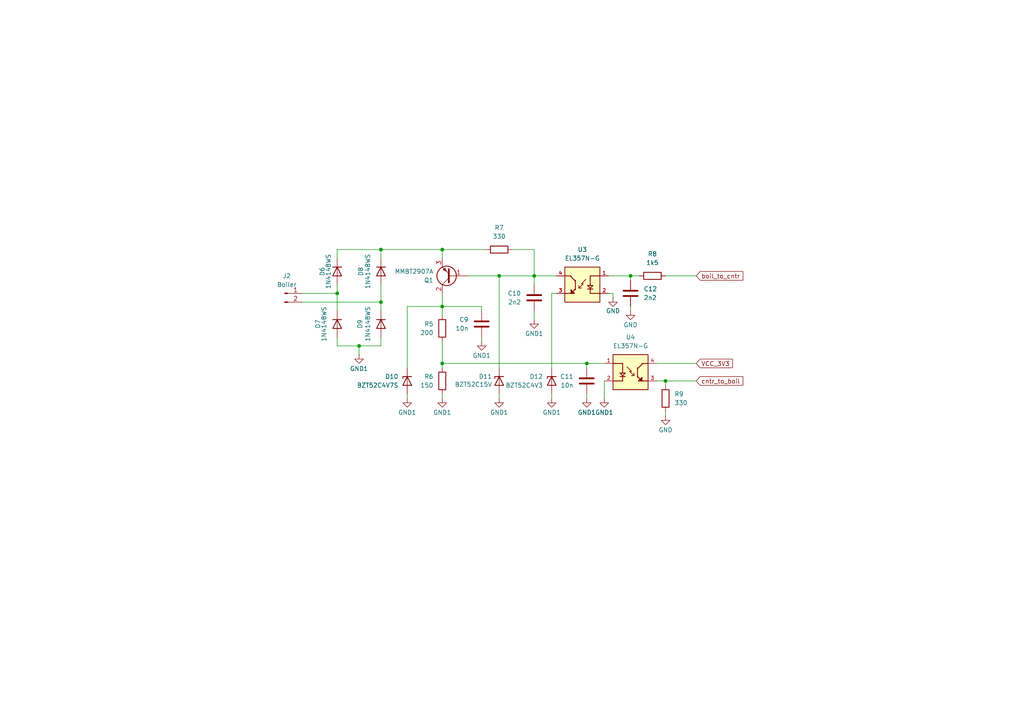
<source format=kicad_sch>
(kicad_sch (version 20231120) (generator "eeschema") (generator_version "8.0")
  (paper "A4")
  (lib_symbols
    (symbol "Connector:Conn_01x02_Pin" (pin_names (offset 1.016) hide)
      (property "Reference" "J" (at 0 2.54 0))
      (property "Value" "Conn_01x02_Pin" (at 0 -5.08 0))
      (symbol "Conn_01x02_Pin_1_1"
        (polyline (pts (xy 1.27 -2.54) (xy 0.8636 -2.54)) (stroke (width 0.1524)))
        (polyline (pts (xy 1.27 0) (xy 0.8636 0)) (stroke (width 0.1524)))
        (rectangle (start 0.8636 -2.413) (end 0 -2.667) (stroke (width 0.1524)) (fill (type outline)))
        (rectangle (start 0.8636 0.127) (end 0 -0.127) (stroke (width 0.1524)) (fill (type outline)))
        (pin passive line (at 5.08 0 180) (length 3.81) (name "Pin_1") (number "1"))
        (pin passive line (at 5.08 -2.54 180) (length 3.81) (name "Pin_2") (number "2"))
      )
    )
    (symbol "D_1" (pin_numbers hide) (pin_names (offset 1.016) hide)
      (property "Reference" "D" (at 0 2.54 0))
      (property "Value" "D" (at 0 -2.54 0))
      (symbol "D_1_0_1"
        (polyline (pts (xy -1.27 1.27) (xy -1.27 -1.27)) (stroke (width 0.254)))
        (polyline (pts (xy 1.27 0) (xy -1.27 0)))
        (polyline (pts (xy 1.27 1.27) (xy 1.27 -1.27) (xy -1.27 0) (xy 1.27 1.27)) (stroke (width 0.254)))
      )
      (symbol "D_1_1_1"
        (pin passive line (at -3.81 0 0) (length 2.54) (name "K") (number "1"))
        (pin passive line (at 3.81 0 180) (length 2.54) (name "A") (number "2"))
      )
    )
    (symbol "D_2" (pin_numbers hide) (pin_names (offset 1.016) hide)
      (property "Reference" "D" (at 0 2.54 0))
      (property "Value" "D" (at 0 -2.54 0))
      (symbol "D_2_0_1"
        (polyline (pts (xy -1.27 1.27) (xy -1.27 -1.27)) (stroke (width 0.254)))
        (polyline (pts (xy 1.27 0) (xy -1.27 0)))
        (polyline (pts (xy 1.27 1.27) (xy 1.27 -1.27) (xy -1.27 0) (xy 1.27 1.27)) (stroke (width 0.254)))
      )
      (symbol "D_2_1_1"
        (pin passive line (at -3.81 0 0) (length 2.54) (name "K") (number "1"))
        (pin passive line (at 3.81 0 180) (length 2.54) (name "A") (number "2"))
      )
    )
    (symbol "D_3" (pin_numbers hide) (pin_names (offset 1.016) hide)
      (property "Reference" "D" (at 0 2.54 0))
      (property "Value" "D" (at 0 -2.54 0))
      (symbol "D_3_0_1"
        (polyline (pts (xy -1.27 1.27) (xy -1.27 -1.27)) (stroke (width 0.254)))
        (polyline (pts (xy 1.27 0) (xy -1.27 0)))
        (polyline (pts (xy 1.27 1.27) (xy 1.27 -1.27) (xy -1.27 0) (xy 1.27 1.27)) (stroke (width 0.254)))
      )
      (symbol "D_3_1_1"
        (pin passive line (at -3.81 0 0) (length 2.54) (name "K") (number "1"))
        (pin passive line (at 3.81 0 180) (length 2.54) (name "A") (number "2"))
      )
    )
    (symbol "D_Zener_1" (pin_numbers hide) (pin_names (offset 1.016) hide)
      (property "Reference" "D" (at 0 2.54 0))
      (property "Value" "D_Zener" (at 0 -2.54 0))
      (symbol "D_Zener_1_0_1"
        (polyline (pts (xy 1.27 0) (xy -1.27 0)))
        (polyline (pts (xy -1.27 -1.27) (xy -1.27 1.27) (xy -0.762 1.27)) (stroke (width 0.254)))
        (polyline (pts (xy 1.27 -1.27) (xy 1.27 1.27) (xy -1.27 0) (xy 1.27 -1.27)) (stroke (width 0.254)))
      )
      (symbol "D_Zener_1_1_1"
        (pin passive line (at -3.81 0 0) (length 2.54) (name "K") (number "1"))
        (pin passive line (at 3.81 0 180) (length 2.54) (name "A") (number "2"))
      )
    )
    (symbol "D_Zener_2" (pin_numbers hide) (pin_names (offset 1.016) hide)
      (property "Reference" "D" (at 0 2.54 0))
      (property "Value" "D_Zener" (at 0 -2.54 0))
      (symbol "D_Zener_2_0_1"
        (polyline (pts (xy 1.27 0) (xy -1.27 0)))
        (polyline (pts (xy -1.27 -1.27) (xy -1.27 1.27) (xy -0.762 1.27)) (stroke (width 0.254)))
        (polyline (pts (xy 1.27 -1.27) (xy 1.27 1.27) (xy -1.27 0) (xy 1.27 -1.27)) (stroke (width 0.254)))
      )
      (symbol "D_Zener_2_1_1"
        (pin passive line (at -3.81 0 0) (length 2.54) (name "K") (number "1"))
        (pin passive line (at 3.81 0 180) (length 2.54) (name "A") (number "2"))
      )
    )
    (symbol "Device:C" (pin_numbers hide) (pin_names (offset 0.254))
      (property "Reference" "C" (at 0.635 2.54 0))
      (property "Value" "C" (at 0.635 -2.54 0))
      (symbol "C_0_1"
        (polyline (pts (xy -2.032 -0.762) (xy 2.032 -0.762)) (stroke (width 0.508)))
        (polyline (pts (xy -2.032 0.762) (xy 2.032 0.762)) (stroke (width 0.508)))
      )
      (symbol "C_1_1"
        (pin passive line (at 0 3.81 270) (length 2.794) (name "~") (number "1"))
        (pin passive line (at 0 -3.81 90) (length 2.794) (name "~") (number "2"))
      )
    )
    (symbol "Device:D_Zener" (pin_numbers hide) (pin_names (offset 1.016) hide)
      (property "Reference" "D" (at 0 2.54 0))
      (property "Value" "D_Zener" (at 0 -2.54 0))
      (symbol "D_Zener_0_1"
        (polyline (pts (xy 1.27 0) (xy -1.27 0)))
        (polyline (pts (xy -1.27 -1.27) (xy -1.27 1.27) (xy -0.762 1.27)) (stroke (width 0.254)))
        (polyline (pts (xy 1.27 -1.27) (xy 1.27 1.27) (xy -1.27 0) (xy 1.27 -1.27)) (stroke (width 0.254)))
      )
      (symbol "D_Zener_1_1"
        (pin passive line (at -3.81 0 0) (length 2.54) (name "K") (number "1"))
        (pin passive line (at 3.81 0 180) (length 2.54) (name "A") (number "2"))
      )
    )
    (symbol "Device:Q_PNP_BCE" (pin_names (offset 0) hide)
      (property "Reference" "Q" (at 5.08 1.27 0))
      (property "Value" "Q_PNP_BCE" (at 5.08 -1.27 0))
      (symbol "Q_PNP_BCE_0_1"
        (polyline (pts (xy 0.635 0.635) (xy 2.54 2.54)))
        (polyline (pts (xy 0.635 -0.635) (xy 2.54 -2.54) (xy 2.54 -2.54)))
        (polyline (pts (xy 0.635 1.905) (xy 0.635 -1.905) (xy 0.635 -1.905)) (stroke (width 0.508)))
        (polyline (pts (xy 2.286 -1.778) (xy 1.778 -2.286) (xy 1.27 -1.27) (xy 2.286 -1.778) (xy 2.286 -1.778)) (fill (type outline)))
        (circle (center 1.27 0) (radius 2.8194) (stroke (width 0.254)))
      )
      (symbol "Q_PNP_BCE_1_1"
        (pin input line (at -5.08 0 0) (length 5.715) (name "B") (number "1"))
        (pin passive line (at 2.54 5.08 270) (length 2.54) (name "C") (number "2"))
        (pin passive line (at 2.54 -5.08 90) (length 2.54) (name "E") (number "3"))
      )
    )
    (symbol "Device:R" (pin_numbers hide) (pin_names (offset 0))
      (property "Reference" "R" (at 2.032 0 90))
      (property "Value" "R" (at 0 0 90))
      (symbol "R_0_1"
        (rectangle (start -1.016 -2.54) (end 1.016 2.54) (stroke (width 0.254)))
      )
      (symbol "R_1_1"
        (pin passive line (at 0 3.81 270) (length 1.27) (name "~") (number "1"))
        (pin passive line (at 0 -3.81 90) (length 1.27) (name "~") (number "2"))
      )
    )
    (symbol "EL357N-G:EL357N-G" (pin_names (offset 1.016))
      (property "Reference" "U" (at -5.08 5.08 0))
      (property "Value" "EL357N-G" (at -5.08 -7.62 0))
      (symbol "EL357N-G_0_0"
        (rectangle (start -5.08 -5.08) (end 5.08 5.08) (stroke (width 0.254)) (fill (type background)))
        (polyline (pts (xy -5.08 2.54) (xy -2.286 2.54)) (stroke (width 0.254)))
        (polyline (pts (xy -3.048 -1.27) (xy -1.524 -1.27)) (stroke (width 0.254)))
        (polyline (pts (xy -3.048 -0.254) (xy -2.286 -1.016)) (stroke (width 0.254)))
        (polyline (pts (xy -2.286 -2.54) (xy -5.08 -2.54)) (stroke (width 0.254)))
        (polyline (pts (xy -2.286 -1.27) (xy -2.286 -2.54)) (stroke (width 0.254)))
        (polyline (pts (xy -2.286 -1.016) (xy -1.524 -0.254)) (stroke (width 0.254)))
        (polyline (pts (xy -2.286 -0.254) (xy -3.048 -0.254)) (stroke (width 0.254)))
        (polyline (pts (xy -2.286 -0.254) (xy -1.524 -0.254)) (stroke (width 0.254)))
        (polyline (pts (xy -2.286 2.54) (xy -2.286 -0.254)) (stroke (width 0.254)))
        (polyline (pts (xy -1.016 1.524) (xy 0.254 0.254)) (stroke (width 0.2032)))
        (polyline (pts (xy -0.254 0.254) (xy 1.016 -1.016)) (stroke (width 0.2032)))
        (polyline (pts (xy 0.254 0.254) (xy -0.254 0.254)) (stroke (width 0.2032)))
        (polyline (pts (xy 1.016 -1.016) (xy 0.254 -1.016)) (stroke (width 0.2032)))
        (polyline (pts (xy 1.016 -1.016) (xy 1.016 -0.254)) (stroke (width 0.2032)))
        (polyline (pts (xy 2.032 -1.27) (xy 2.032 -1.524)) (stroke (width 0.254)))
        (polyline (pts (xy 2.032 -1.27) (xy 3.302 -2.54)) (stroke (width 0.254)))
        (polyline (pts (xy 2.032 1.016) (xy 2.032 -1.27)) (stroke (width 0.254)))
        (polyline (pts (xy 2.032 1.016) (xy 2.032 1.27)) (stroke (width 0.254)))
        (polyline (pts (xy 2.286 -2.54) (xy 3.048 -2.54)) (stroke (width 0.254)))
        (polyline (pts (xy 2.54 -2.286) (xy 2.286 -2.54)) (stroke (width 0.254)))
        (polyline (pts (xy 2.54 -2.286) (xy 2.794 -2.286)) (stroke (width 0.254)))
        (polyline (pts (xy 2.794 -2.286) (xy 3.048 -2.54)) (stroke (width 0.254)))
        (polyline (pts (xy 3.048 -2.54) (xy 3.048 -2.032)) (stroke (width 0.254)))
        (polyline (pts (xy 3.048 -2.54) (xy 3.302 -2.54)) (stroke (width 0.254)))
        (polyline (pts (xy 3.048 -2.032) (xy 2.794 -2.286)) (stroke (width 0.254)))
        (polyline (pts (xy 3.048 -2.032) (xy 3.302 -1.778)) (stroke (width 0.254)))
        (polyline (pts (xy 3.302 -2.54) (xy 3.302 -2.286)) (stroke (width 0.254)))
        (polyline (pts (xy 3.302 -2.54) (xy 5.08 -2.54)) (stroke (width 0.254)))
        (polyline (pts (xy 3.302 -2.286) (xy 3.048 -2.032)) (stroke (width 0.254)))
        (polyline (pts (xy 3.302 -2.286) (xy 3.302 -1.778)) (stroke (width 0.254)))
        (polyline (pts (xy 3.302 -1.778) (xy 3.302 -1.524)) (stroke (width 0.254)))
        (polyline (pts (xy 3.302 -1.524) (xy 2.54 -2.286)) (stroke (width 0.254)))
        (polyline (pts (xy 3.302 2.286) (xy 2.032 1.016)) (stroke (width 0.254)))
        (polyline (pts (xy 3.302 2.54) (xy 3.302 2.286)) (stroke (width 0.254)))
        (polyline (pts (xy 5.08 2.54) (xy 3.302 2.54)) (stroke (width 0.254)))
        (pin passive line (at -7.62 2.54 0) (length 2.54) (name "~") (number "1"))
        (pin passive line (at -7.62 -2.54 0) (length 2.54) (name "~") (number "2"))
        (pin passive line (at 7.62 -2.54 180) (length 2.54) (name "~") (number "3"))
        (pin passive line (at 7.62 2.54 180) (length 2.54) (name "~") (number "4"))
      )
    )
    (symbol "Simulation_SPICE:D" (pin_numbers hide) (pin_names (offset 1.016) hide)
      (property "Reference" "D" (at 0 2.54 0))
      (property "Value" "D" (at 0 -2.54 0))
      (symbol "D_0_1"
        (polyline (pts (xy -1.27 1.27) (xy -1.27 -1.27)) (stroke (width 0.254)))
        (polyline (pts (xy 1.27 0) (xy -1.27 0)))
        (polyline (pts (xy 1.27 1.27) (xy 1.27 -1.27) (xy -1.27 0) (xy 1.27 1.27)) (stroke (width 0.254)))
      )
      (symbol "D_1_1"
        (pin passive line (at -3.81 0 0) (length 2.54) (name "K") (number "1"))
        (pin passive line (at 3.81 0 180) (length 2.54) (name "A") (number "2"))
      )
    )
    (symbol "power:GND" (power) (pin_numbers hide) (pin_names (offset 0) hide)
      (property "Value" "GND" (at 0 -3.81 0))
      (symbol "GND_0_1"
        (polyline (pts (xy 0 0) (xy 0 -1.27) (xy 1.27 -1.27) (xy 0 -2.54) (xy -1.27 -1.27) (xy 0 -1.27)))
      )
      (symbol "GND_1_1"
        (pin power_in line (at 0 0 270) (length 0) (name "~") (number "1"))
      )
    )
    (symbol "power:GND1" (power) (pin_numbers hide) (pin_names (offset 0) hide)
      (property "Value" "GND1" (at 0 -3.81 0))
      (symbol "GND1_0_1"
        (polyline (pts (xy 0 0) (xy 0 -1.27) (xy 1.27 -1.27) (xy 0 -2.54) (xy -1.27 -1.27) (xy 0 -1.27)))
      )
      (symbol "GND1_1_1"
        (pin power_in line (at 0 0 270) (length 0) (name "~") (number "1"))
      )
    )
  )
  (junction (at 128.27 72.39))
  (junction (at 154.94 80.01))
  (junction (at 193.04 110.49))
  (junction (at 104.14 100.33))
  (junction (at 128.27 105.41))
  (junction (at 128.27 88.9))
  (junction (at 97.79 85.09))
  (junction (at 170.18 105.41))
  (junction (at 182.88 80.01))
  (junction (at 144.78 80.01))
  (junction (at 110.49 87.63))
  (junction (at 110.49 72.39))
  (wire (pts (xy 144.78 114.3) (xy 144.78 115.57)))
  (wire (pts (xy 139.7 97.79) (xy 139.7 99.06)))
  (wire (pts (xy 118.11 114.3) (xy 118.11 115.57)))
  (wire (pts (xy 97.79 74.93) (xy 97.79 72.39)))
  (wire (pts (xy 177.8 85.09) (xy 177.8 86.36)))
  (wire (pts (xy 128.27 99.06) (xy 128.27 105.41)))
  (wire (pts (xy 87.63 85.09) (xy 97.79 85.09)))
  (wire (pts (xy 110.49 72.39) (xy 110.49 74.93)))
  (wire (pts (xy 154.94 80.01) (xy 161.29 80.01)))
  (wire (pts (xy 128.27 85.09) (xy 128.27 88.9)))
  (wire (pts (xy 97.79 82.55) (xy 97.79 85.09)))
  (wire (pts (xy 175.26 110.49) (xy 175.26 115.57)))
  (wire (pts (xy 97.79 85.09) (xy 97.79 90.17)))
  (wire (pts (xy 190.5 105.41) (xy 201.93 105.41)))
  (wire (pts (xy 104.14 100.33) (xy 97.79 100.33)))
  (wire (pts (xy 118.11 88.9) (xy 118.11 106.68)))
  (wire (pts (xy 144.78 80.01) (xy 154.94 80.01)))
  (wire (pts (xy 128.27 105.41) (xy 170.18 105.41)))
  (wire (pts (xy 128.27 88.9) (xy 128.27 91.44)))
  (wire (pts (xy 160.02 114.3) (xy 160.02 115.57)))
  (wire (pts (xy 170.18 114.3) (xy 170.18 115.57)))
  (wire (pts (xy 154.94 90.17) (xy 154.94 92.71)))
  (wire (pts (xy 182.88 80.01) (xy 182.88 81.28)))
  (wire (pts (xy 193.04 110.49) (xy 193.04 111.76)))
  (wire (pts (xy 110.49 97.79) (xy 110.49 100.33)))
  (wire (pts (xy 144.78 80.01) (xy 144.78 106.68)))
  (wire (pts (xy 176.53 80.01) (xy 182.88 80.01)))
  (wire (pts (xy 128.27 72.39) (xy 128.27 74.93)))
  (wire (pts (xy 190.5 110.49) (xy 193.04 110.49)))
  (wire (pts (xy 193.04 119.38) (xy 193.04 120.65)))
  (wire (pts (xy 104.14 100.33) (xy 104.14 102.87)))
  (wire (pts (xy 160.02 85.09) (xy 161.29 85.09)))
  (wire (pts (xy 193.04 80.01) (xy 201.93 80.01)))
  (wire (pts (xy 139.7 88.9) (xy 128.27 88.9)))
  (wire (pts (xy 87.63 87.63) (xy 110.49 87.63)))
  (wire (pts (xy 193.04 110.49) (xy 201.93 110.49)))
  (wire (pts (xy 128.27 88.9) (xy 118.11 88.9)))
  (wire (pts (xy 170.18 105.41) (xy 170.18 106.68)))
  (wire (pts (xy 160.02 85.09) (xy 160.02 106.68)))
  (wire (pts (xy 139.7 90.17) (xy 139.7 88.9)))
  (wire (pts (xy 97.79 72.39) (xy 110.49 72.39)))
  (wire (pts (xy 154.94 80.01) (xy 154.94 72.39)))
  (wire (pts (xy 110.49 82.55) (xy 110.49 87.63)))
  (wire (pts (xy 176.53 85.09) (xy 177.8 85.09)))
  (wire (pts (xy 128.27 114.3) (xy 128.27 115.57)))
  (wire (pts (xy 110.49 72.39) (xy 128.27 72.39)))
  (wire (pts (xy 128.27 105.41) (xy 128.27 106.68)))
  (wire (pts (xy 182.88 88.9) (xy 182.88 90.17)))
  (wire (pts (xy 185.42 80.01) (xy 182.88 80.01)))
  (wire (pts (xy 135.89 80.01) (xy 144.78 80.01)))
  (wire (pts (xy 110.49 100.33) (xy 104.14 100.33)))
  (wire (pts (xy 154.94 80.01) (xy 154.94 82.55)))
  (wire (pts (xy 170.18 105.41) (xy 175.26 105.41)))
  (wire (pts (xy 140.97 72.39) (xy 128.27 72.39)))
  (wire (pts (xy 97.79 100.33) (xy 97.79 97.79)))
  (wire (pts (xy 110.49 87.63) (xy 110.49 90.17)))
  (wire (pts (xy 148.59 72.39) (xy 154.94 72.39)))
  (global_label "cntr_to_boil" (shape input) (at 201.93 110.49 0) (property "Intersheetrefs" "${INTERSHEET_REFS}" (effects (hide yes))))
  (global_label "boil_to_cntr" (shape input) (at 201.93 80.01 0) (property "Intersheetrefs" "${INTERSHEET_REFS}" (effects (hide yes))))
  (global_label "VCC_3V3" (shape input) (at 201.93 105.41 0) (property "Intersheetrefs" "${INTERSHEET_REFS}" (effects (hide yes))))
  (symbol (lib_id "power:GND1") (at 144.78 115.57 0) (unit 1)
    (property "Reference" "#PWR016" (effects (hide yes)))
    (property "Value" "GND1" (at 144.78 119.634 0))
    (property "Description" "Power symbol creates a global label with name \"GND1\" , ground" (effects (hide yes)))
  )
  (symbol (lib_name "D_Zener_2") (lib_id "Device:D_Zener") (at 144.78 110.49 90) (mirror x) (unit 1)
    (property "Reference" "D11" (at 142.748 109.22 90) (effects (justify left)))
    (property "Value" "BZT52C15V" (at 142.748 111.506 90) (effects (justify left)))
    (property "Footprint" "Diode_SMD:D_SOD-123" (effects (hide yes)))
    (property "Description" "Zener diode" (effects (hide yes)))
    (property "Sim.Device" "D" (effects (hide yes)))
    (property "Sim.Pins" "1=K 2=A" (effects (hide yes)))
    (property "Sim.Params" "bv=15" (effects (hide yes)))
    (property "LCSC Part # " "C5299435" (effects (hide yes)))
  )
  (symbol (lib_id "Device:R") (at 128.27 110.49 0) (mirror y) (unit 1)
    (property "Reference" "R6" (at 125.73 109.2199 0) (effects (justify left)))
    (property "Value" "150" (at 125.73 111.7599 0) (effects (justify left)))
    (property "Footprint" "Resistor_SMD:R_0805_2012Metric" (effects (hide yes)))
    (property "Description" "Resistor" (effects (hide yes)))
    (property "LCSC Part # " "C17471" (effects (hide yes)))
  )
  (symbol (lib_id "Device:C") (at 182.88 85.09 180) (unit 1)
    (property "Reference" "C12" (at 186.69 83.8199 0) (effects (justify right)))
    (property "Value" "2n2" (at 186.69 86.3599 0) (effects (justify right)))
    (property "Footprint" "Capacitor_SMD:C_0603_1608Metric" (effects (hide yes)))
    (property "Description" "Unpolarized capacitor" (effects (hide yes)))
    (property "LCSC Part # " "C1604" (effects (hide yes)))
  )
  (symbol (lib_id "power:GND1") (at 139.7 99.06 0) (unit 1)
    (property "Reference" "#PWR021" (effects (hide yes)))
    (property "Value" "GND1" (at 139.7 103.124 0))
    (property "Description" "Power symbol creates a global label with name \"GND1\" , ground" (effects (hide yes)))
  )
  (symbol (lib_id "power:GND1") (at 154.94 92.71 0) (unit 1)
    (property "Reference" "#PWR020" (effects (hide yes)))
    (property "Value" "GND1" (at 154.94 96.774 0))
    (property "Description" "Power symbol creates a global label with name \"GND1\" , ground" (effects (hide yes)))
  )
  (symbol (lib_id "Connector:Conn_01x02_Pin") (at 82.55 85.09 0) (unit 1)
    (property "Reference" "J2" (at 83.185 80.01 0))
    (property "Value" "Boiler" (at 83.185 82.55 0))
    (property "Footprint" "Connector_JST:JST_SH_SM02B-SRSS-TB_1x02-1MP_P1.00mm_Horizontal" (effects (hide yes)))
    (property "Datasheet" "https://www.lcsc.com/datasheet/lcsc_datasheet_2304140030_JST-SM02B-SRSS-TB-LF-SN_C160402.pdf" (effects (hide yes)))
    (property "Description" "Generic connector, single row, 01x02, script generated" (effects (hide yes)))
    (property "LCSC Part # " "C160402" (effects (hide yes)))
  )
  (symbol (lib_name "D_1") (lib_id "Simulation_SPICE:D") (at 97.79 78.74 270) (unit 1)
    (property "Reference" "D6" (at 93.472 78.74 0))
    (property "Value" "1N4148WS" (at 95.25 78.74 0))
    (property "Footprint" "Diode_SMD:D_SOD-323" (effects (hide yes)))
    (property "Datasheet" "https://ngspice.sourceforge.io/docs/ngspice-html-manual/manual.xhtml#cha_DIODEs" (effects (hide yes)))
    (property "Description" "Diode for simulation or PCB" (effects (hide yes)))
    (property "Sim.Device" "D" (effects (hide yes)))
    (property "Sim.Pins" "1=K 2=A" (effects (hide yes)))
    (property "Sim.Params" "m=0.33 is=1e-14 rs=0.5 n=1.06 tt=5n cjo=1e-12 vj=0.75 fc=0.5" (effects (hide yes)))
    (property "LCSC Part # " "C2128" (effects (hide yes)))
  )
  (symbol (lib_id "power:GND1") (at 128.27 115.57 0) (unit 1)
    (property "Reference" "#PWR015" (effects (hide yes)))
    (property "Value" "GND1" (at 128.27 119.634 0))
    (property "Description" "Power symbol creates a global label with name \"GND1\" , ground" (effects (hide yes)))
  )
  (symbol (lib_id "EL357N-G:EL357N-G") (at 168.91 82.55 0) (mirror y) (unit 1)
    (property "Reference" "U3" (at 168.91 72.39 0))
    (property "Value" "EL357N-G" (at 168.91 74.93 0))
    (property "Footprint" "EL357N-G:OPTO_EL357N-G" (effects (hide yes)))
    (property "MF" "Everlight Electronics" (effects (hide yes)))
    (property "MAXIMUM_PACKAGE_HEIGHT" "2.00mm" (effects (hide yes)))
    (property "Package" "SOP-4 Everlight" (effects (hide yes)))
    (property "Price" "None" (effects (hide yes)))
    (property "Check_prices" "https://www.snapeda.com/parts/EL357N-G/Everlight+Electronics+Co+Ltd/view-part/?ref=eda" (effects (hide yes)))
    (property "STANDARD" "Manufacturer Recommendations" (effects (hide yes)))
    (property "PARTREV" "6" (effects (hide yes)))
    (property "SnapEDA_Link" "https://www.snapeda.com/parts/EL357N-G/Everlight+Electronics+Co+Ltd/view-part/?ref=snap" (effects (hide yes)))
    (property "MP" "EL357N-G" (effects (hide yes)))
    (property "Description_1" "\nOptoisolator Transistor Output 3750Vrms 1 Channel 4-SOP (2.54mm)\n" (effects (hide yes)))
    (property "Availability" "In Stock" (effects (hide yes)))
    (property "MANUFACTURER" "Everlight" (effects (hide yes)))
    (property "LCSC Part # " "C29981" (effects (hide yes)))
  )
  (symbol (lib_id "Device:Q_PNP_BCE") (at 130.81 80.01 180) (unit 1)
    (property "Reference" "Q1" (at 125.73 81.2801 0) (effects (justify left)))
    (property "Value" "MMBT2907A" (at 125.73 78.7401 0) (effects (justify left)))
    (property "Footprint" "Package_TO_SOT_SMD:SOT-23" (effects (hide yes)))
    (property "Description" "PNP transistor, base/collector/emitter" (effects (hide yes)))
    (property "Sim.Device" "PNP" (effects (hide yes)))
    (property "Sim.Type" "GUMMELPOON" (effects (hide yes)))
    (property "Sim.Pins" "1=B 2=C 3=E" (effects (hide yes)))
    (property "Sim.Params" "is=1.7E-14 bf=240 nf=1 vaf=100 ikf=0.2 ise=1E-13 ne=2 br=7 nr=1 var=10 ikr=0.03 isc=1E-13 nc=2 rb=10 re=0.5 rc=1 cje=13.5p vje=0.6 mje=0.33 tf=0.35n cjc=6.5p vjc=0.5 mjc=0.4 tr=30n xtb=1.5 eg=1.11 kf=0 af=1" (effects (hide yes)))
    (property "LCSC Part # " "C916373" (effects (hide yes)))
  )
  (symbol (lib_name "D_3") (lib_id "Simulation_SPICE:D") (at 97.79 93.98 270) (unit 1)
    (property "Reference" "D7" (at 92.202 93.98 0))
    (property "Value" "1N4148WS" (at 93.98 93.98 0))
    (property "Footprint" "Diode_SMD:D_SOD-323" (effects (hide yes)))
    (property "Datasheet" "https://ngspice.sourceforge.io/docs/ngspice-html-manual/manual.xhtml#cha_DIODEs" (effects (hide yes)))
    (property "Description" "Diode for simulation or PCB" (effects (hide yes)))
    (property "Sim.Device" "D" (effects (hide yes)))
    (property "Sim.Pins" "1=K 2=A" (effects (hide yes)))
    (property "Sim.Params" "m=0.33 is=1e-14 rs=0.5 n=1.06 tt=5n cjo=1e-12 vj=0.75 fc=0.5" (effects (hide yes)))
    (property "LCSC Part # " "C2128" (effects (hide yes)))
  )
  (symbol (lib_id "power:GND") (at 182.88 90.17 0) (unit 1)
    (property "Reference" "#PWR023" (effects (hide yes)))
    (property "Value" "GND" (at 182.88 94.234 0))
    (property "Description" "Power symbol creates a global label with name \"GND\" , ground" (effects (hide yes)))
  )
  (symbol (lib_name "D_2") (lib_id "Simulation_SPICE:D") (at 110.49 78.74 270) (unit 1)
    (property "Reference" "D8" (at 104.648 78.74 0))
    (property "Value" "1N4148WS" (at 106.68 78.74 0))
    (property "Footprint" "Diode_SMD:D_SOD-323" (effects (hide yes)))
    (property "Datasheet" "https://ngspice.sourceforge.io/docs/ngspice-html-manual/manual.xhtml#cha_DIODEs" (effects (hide yes)))
    (property "Description" "Diode for simulation or PCB" (effects (hide yes)))
    (property "Sim.Device" "D" (effects (hide yes)))
    (property "Sim.Pins" "1=K 2=A" (effects (hide yes)))
    (property "Sim.Params" "m=0.33 is=1e-14 rs=0.5 n=1.06 tt=5n cjo=1e-12 vj=0.75 fc=0.5" (effects (hide yes)))
    (property "LCSC Part # " "C2128" (effects (hide yes)))
  )
  (symbol (lib_id "power:GND1") (at 170.18 115.57 0) (unit 1)
    (property "Reference" "#PWR018" (effects (hide yes)))
    (property "Value" "GND1" (at 170.18 119.634 0))
    (property "Description" "Power symbol creates a global label with name \"GND1\" , ground" (effects (hide yes)))
  )
  (symbol (lib_id "Device:R") (at 189.23 80.01 270) (unit 1)
    (property "Reference" "R8" (at 189.23 73.66 90))
    (property "Value" "1k5" (at 189.23 76.2 90))
    (property "Footprint" "Diode_SMD:D_0805_2012Metric" (effects (hide yes)))
    (property "Description" "Resistor" (effects (hide yes)))
    (property "LCSC Part # " "C4310" (effects (hide yes)))
  )
  (symbol (lib_id "Device:C") (at 154.94 86.36 0) (mirror y) (unit 1)
    (property "Reference" "C10" (at 151.13 85.0899 0) (effects (justify left)))
    (property "Value" "2n2" (at 151.13 87.6299 0) (effects (justify left)))
    (property "Footprint" "Capacitor_SMD:C_0603_1608Metric" (effects (hide yes)))
    (property "Description" "Unpolarized capacitor" (effects (hide yes)))
    (property "LCSC Part # " "C1604" (effects (hide yes)))
  )
  (symbol (lib_id "power:GND") (at 177.8 86.36 0) (unit 1)
    (property "Reference" "#PWR022" (effects (hide yes)))
    (property "Value" "GND" (at 177.8 90.17 0))
    (property "Description" "Power symbol creates a global label with name \"GND\" , ground" (effects (hide yes)))
  )
  (symbol (lib_id "Device:R") (at 128.27 95.25 0) (mirror y) (unit 1)
    (property "Reference" "R5" (at 125.73 93.9799 0) (effects (justify left)))
    (property "Value" "200" (at 125.73 96.5199 0) (effects (justify left)))
    (property "Footprint" "Resistor_SMD:R_0805_2012Metric" (effects (hide yes)))
    (property "Description" "Resistor" (effects (hide yes)))
    (property "LCSC Part # " "C25292" (effects (hide yes)))
  )
  (symbol (lib_id "Simulation_SPICE:D") (at 110.49 93.98 270) (unit 1)
    (property "Reference" "D9" (at 104.394 93.98 0))
    (property "Value" "1N4148WS" (at 106.68 93.98 0))
    (property "Footprint" "Diode_SMD:D_SOD-323" (effects (hide yes)))
    (property "Datasheet" "https://ngspice.sourceforge.io/docs/ngspice-html-manual/manual.xhtml#cha_DIODEs" (effects (hide yes)))
    (property "Description" "Diode for simulation or PCB" (effects (hide yes)))
    (property "Sim.Device" "D" (effects (hide yes)))
    (property "Sim.Pins" "1=K 2=A" (effects (hide yes)))
    (property "Sim.Params" "m=0.33 is=1e-14 rs=0.5 n=1.06 tt=5n cjo=1e-12 vj=0.75 fc=0.5" (effects (hide yes)))
    (property "LCSC Part # " "C2128" (effects (hide yes)))
  )
  (symbol (lib_id "power:GND1") (at 160.02 115.57 0) (unit 1)
    (property "Reference" "#PWR017" (effects (hide yes)))
    (property "Value" "GND1" (at 160.02 119.634 0))
    (property "Description" "Power symbol creates a global label with name \"GND1\" , ground" (effects (hide yes)))
  )
  (symbol (lib_id "Device:C") (at 170.18 110.49 0) (mirror x) (unit 1)
    (property "Reference" "C11" (at 166.37 109.2199 0) (effects (justify right)))
    (property "Value" "10n" (at 166.37 111.7599 0) (effects (justify right)))
    (property "Footprint" "Capacitor_SMD:C_0603_1608Metric" (effects (hide yes)))
    (property "Description" "Unpolarized capacitor" (effects (hide yes)))
    (property "LCSC Part # " "C57112" (effects (hide yes)))
  )
  (symbol (lib_id "Device:C") (at 139.7 93.98 0) (mirror x) (unit 1)
    (property "Reference" "C9" (at 135.89 92.7099 0) (effects (justify right)))
    (property "Value" "10n" (at 135.89 95.2499 0) (effects (justify right)))
    (property "Footprint" "Capacitor_SMD:C_0603_1608Metric" (effects (hide yes)))
    (property "Description" "Unpolarized capacitor" (effects (hide yes)))
    (property "LCSC Part # " "C57112" (effects (hide yes)))
  )
  (symbol (lib_name "D_Zener_1") (lib_id "Device:D_Zener") (at 160.02 110.49 90) (mirror x) (unit 1)
    (property "Reference" "D12" (at 157.48 109.2199 90) (effects (justify left)))
    (property "Value" "BZT52C4V3" (at 157.48 111.7599 90) (effects (justify left)))
    (property "Footprint" "Diode_SMD:D_SOD-123" (effects (hide yes)))
    (property "Description" "Zener diode" (effects (hide yes)))
    (property "Sim.Device" "D" (effects (hide yes)))
    (property "Sim.Pins" "1=K 2=A" (effects (hide yes)))
    (property "Sim.Params" "bv=4.3" (effects (hide yes)))
    (property "LCSC Part # " "C726993" (effects (hide yes)))
  )
  (symbol (lib_id "power:GND1") (at 104.14 102.87 0) (unit 1)
    (property "Reference" "#PWR013" (effects (hide yes)))
    (property "Value" "GND1" (at 104.14 106.934 0))
    (property "Description" "Power symbol creates a global label with name \"GND1\" , ground" (effects (hide yes)))
  )
  (symbol (lib_id "Device:R") (at 144.78 72.39 270) (unit 1)
    (property "Reference" "R7" (at 144.78 66.04 90))
    (property "Value" "330" (at 144.78 68.58 90))
    (property "Footprint" "Resistor_SMD:R_0805_2012Metric" (effects (hide yes)))
    (property "Description" "Resistor" (effects (hide yes)))
    (property "LCSC Part # " "C17630" (effects (hide yes)))
  )
  (symbol (lib_id "Device:R") (at 193.04 115.57 0) (unit 1)
    (property "Reference" "R9" (at 195.58 114.2999 0) (effects (justify left)))
    (property "Value" "330" (at 195.58 116.8399 0) (effects (justify left)))
    (property "Footprint" "Diode_SMD:D_0805_2012Metric" (effects (hide yes)))
    (property "Description" "Resistor" (effects (hide yes)))
    (property "LCSC Part # " "C17630" (effects (hide yes)))
  )
  (symbol (lib_id "power:GND") (at 193.04 120.65 0) (unit 1)
    (property "Reference" "#PWR024" (effects (hide yes)))
    (property "Value" "GND" (at 193.04 124.714 0))
    (property "Description" "Power symbol creates a global label with name \"GND\" , ground" (effects (hide yes)))
  )
  (symbol (lib_id "EL357N-G:EL357N-G") (at 182.88 107.95 0) (unit 1)
    (property "Reference" "U4" (at 182.88 97.79 0))
    (property "Value" "EL357N-G" (at 182.88 100.33 0))
    (property "Footprint" "EL357N-G:OPTO_EL357N-G" (effects (hide yes)))
    (property "MF" "Everlight Electronics" (effects (hide yes)))
    (property "MAXIMUM_PACKAGE_HEIGHT" "2.00mm" (effects (hide yes)))
    (property "Package" "SOP-4 Everlight" (effects (hide yes)))
    (property "Price" "None" (effects (hide yes)))
    (property "Check_prices" "https://www.snapeda.com/parts/EL357N-G/Everlight+Electronics+Co+Ltd/view-part/?ref=eda" (effects (hide yes)))
    (property "STANDARD" "Manufacturer Recommendations" (effects (hide yes)))
    (property "PARTREV" "6" (effects (hide yes)))
    (property "SnapEDA_Link" "https://www.snapeda.com/parts/EL357N-G/Everlight+Electronics+Co+Ltd/view-part/?ref=snap" (effects (hide yes)))
    (property "MP" "EL357N-G" (effects (hide yes)))
    (property "Description_1" "\nOptoisolator Transistor Output 3750Vrms 1 Channel 4-SOP (2.54mm)\n" (effects (hide yes)))
    (property "Availability" "In Stock" (effects (hide yes)))
    (property "MANUFACTURER" "Everlight" (effects (hide yes)))
    (property "LCSC Part # " "C29981" (effects (hide yes)))
  )
  (symbol (lib_id "power:GND1") (at 118.11 115.57 0) (unit 1)
    (property "Reference" "#PWR014" (effects (hide yes)))
    (property "Value" "GND1" (at 118.11 119.634 0))
    (property "Description" "Power symbol creates a global label with name \"GND1\" , ground" (effects (hide yes)))
  )
  (symbol (lib_id "Device:D_Zener") (at 118.11 110.49 90) (mirror x) (unit 1)
    (property "Reference" "D10" (at 115.57 109.2199 90) (effects (justify left)))
    (property "Value" "BZT52C4V7S" (at 115.57 111.7599 90) (effects (justify left)))
    (property "Footprint" "Diode_SMD:D_SOD-323" (effects (hide yes)))
    (property "Description" "Zener diode" (effects (hide yes)))
    (property "Sim.Device" "D" (effects (hide yes)))
    (property "Sim.Pins" "1=K 2=A" (effects (hide yes)))
    (property "Sim.Params" "m=0.33 is=5.0e-10 rs=0.5 n=1.05 tt=1n cjo=50p vj=0.75 fc=0.5 bv=4.7 ibv=5m" (effects (hide yes)))
    (property "LCSC Part # " "C5190168" (effects (hide yes)))
  )
  (symbol (lib_id "power:GND1") (at 175.26 115.57 0) (unit 1)
    (property "Reference" "#PWR019" (effects (hide yes)))
    (property "Value" "GND1" (at 175.26 119.634 0))
    (property "Description" "Power symbol creates a global label with name \"GND1\" , ground" (effects (hide yes)))
  )
)
</source>
